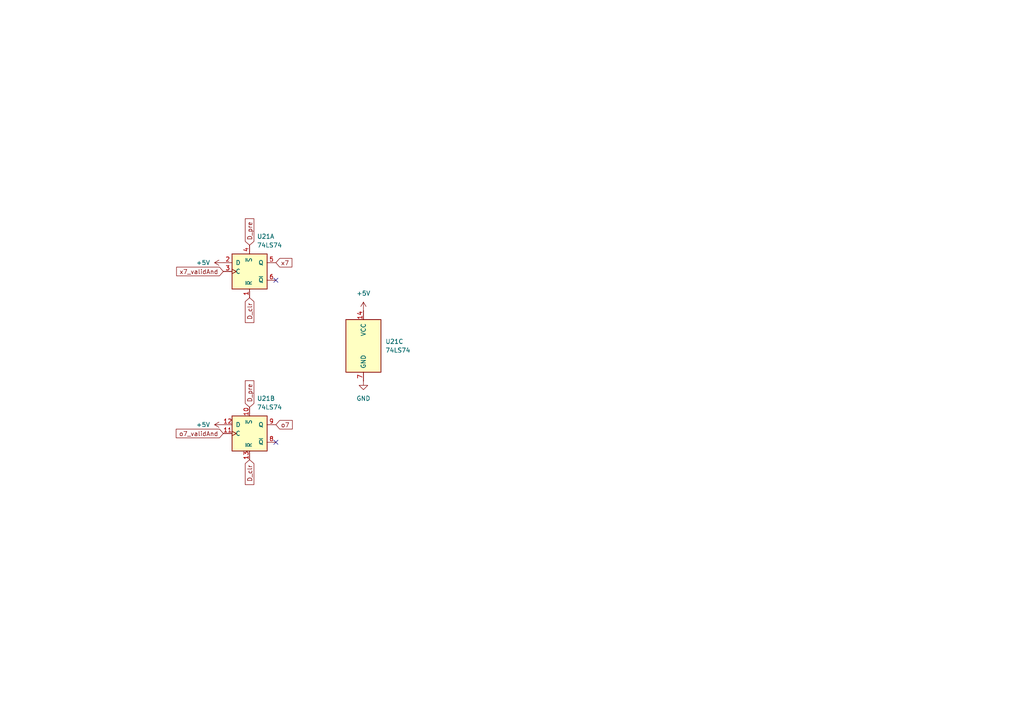
<source format=kicad_sch>
(kicad_sch
	(version 20250114)
	(generator "eeschema")
	(generator_version "9.0")
	(uuid "0f222bc9-c86a-4c26-921d-459394749d18")
	(paper "A4")
	(lib_symbols
		(symbol "74xx:74LS74"
			(pin_names
				(offset 1.016)
			)
			(exclude_from_sim no)
			(in_bom yes)
			(on_board yes)
			(property "Reference" "U"
				(at -7.62 8.89 0)
				(effects
					(font
						(size 1.27 1.27)
					)
				)
			)
			(property "Value" "74LS74"
				(at -7.62 -8.89 0)
				(effects
					(font
						(size 1.27 1.27)
					)
				)
			)
			(property "Footprint" ""
				(at 0 0 0)
				(effects
					(font
						(size 1.27 1.27)
					)
					(hide yes)
				)
			)
			(property "Datasheet" "74xx/74hc_hct74.pdf"
				(at 0 0 0)
				(effects
					(font
						(size 1.27 1.27)
					)
					(hide yes)
				)
			)
			(property "Description" "Dual D Flip-flop, Set & Reset"
				(at 0 0 0)
				(effects
					(font
						(size 1.27 1.27)
					)
					(hide yes)
				)
			)
			(property "ki_locked" ""
				(at 0 0 0)
				(effects
					(font
						(size 1.27 1.27)
					)
				)
			)
			(property "ki_keywords" "TTL DFF"
				(at 0 0 0)
				(effects
					(font
						(size 1.27 1.27)
					)
					(hide yes)
				)
			)
			(property "ki_fp_filters" "DIP*W7.62mm*"
				(at 0 0 0)
				(effects
					(font
						(size 1.27 1.27)
					)
					(hide yes)
				)
			)
			(symbol "74LS74_1_0"
				(pin input line
					(at -7.62 2.54 0)
					(length 2.54)
					(name "D"
						(effects
							(font
								(size 1.27 1.27)
							)
						)
					)
					(number "2"
						(effects
							(font
								(size 1.27 1.27)
							)
						)
					)
				)
				(pin input clock
					(at -7.62 0 0)
					(length 2.54)
					(name "C"
						(effects
							(font
								(size 1.27 1.27)
							)
						)
					)
					(number "3"
						(effects
							(font
								(size 1.27 1.27)
							)
						)
					)
				)
				(pin input line
					(at 0 7.62 270)
					(length 2.54)
					(name "~{S}"
						(effects
							(font
								(size 1.27 1.27)
							)
						)
					)
					(number "4"
						(effects
							(font
								(size 1.27 1.27)
							)
						)
					)
				)
				(pin input line
					(at 0 -7.62 90)
					(length 2.54)
					(name "~{R}"
						(effects
							(font
								(size 1.27 1.27)
							)
						)
					)
					(number "1"
						(effects
							(font
								(size 1.27 1.27)
							)
						)
					)
				)
				(pin output line
					(at 7.62 2.54 180)
					(length 2.54)
					(name "Q"
						(effects
							(font
								(size 1.27 1.27)
							)
						)
					)
					(number "5"
						(effects
							(font
								(size 1.27 1.27)
							)
						)
					)
				)
				(pin output line
					(at 7.62 -2.54 180)
					(length 2.54)
					(name "~{Q}"
						(effects
							(font
								(size 1.27 1.27)
							)
						)
					)
					(number "6"
						(effects
							(font
								(size 1.27 1.27)
							)
						)
					)
				)
			)
			(symbol "74LS74_1_1"
				(rectangle
					(start -5.08 5.08)
					(end 5.08 -5.08)
					(stroke
						(width 0.254)
						(type default)
					)
					(fill
						(type background)
					)
				)
			)
			(symbol "74LS74_2_0"
				(pin input line
					(at -7.62 2.54 0)
					(length 2.54)
					(name "D"
						(effects
							(font
								(size 1.27 1.27)
							)
						)
					)
					(number "12"
						(effects
							(font
								(size 1.27 1.27)
							)
						)
					)
				)
				(pin input clock
					(at -7.62 0 0)
					(length 2.54)
					(name "C"
						(effects
							(font
								(size 1.27 1.27)
							)
						)
					)
					(number "11"
						(effects
							(font
								(size 1.27 1.27)
							)
						)
					)
				)
				(pin input line
					(at 0 7.62 270)
					(length 2.54)
					(name "~{S}"
						(effects
							(font
								(size 1.27 1.27)
							)
						)
					)
					(number "10"
						(effects
							(font
								(size 1.27 1.27)
							)
						)
					)
				)
				(pin input line
					(at 0 -7.62 90)
					(length 2.54)
					(name "~{R}"
						(effects
							(font
								(size 1.27 1.27)
							)
						)
					)
					(number "13"
						(effects
							(font
								(size 1.27 1.27)
							)
						)
					)
				)
				(pin output line
					(at 7.62 2.54 180)
					(length 2.54)
					(name "Q"
						(effects
							(font
								(size 1.27 1.27)
							)
						)
					)
					(number "9"
						(effects
							(font
								(size 1.27 1.27)
							)
						)
					)
				)
				(pin output line
					(at 7.62 -2.54 180)
					(length 2.54)
					(name "~{Q}"
						(effects
							(font
								(size 1.27 1.27)
							)
						)
					)
					(number "8"
						(effects
							(font
								(size 1.27 1.27)
							)
						)
					)
				)
			)
			(symbol "74LS74_2_1"
				(rectangle
					(start -5.08 5.08)
					(end 5.08 -5.08)
					(stroke
						(width 0.254)
						(type default)
					)
					(fill
						(type background)
					)
				)
			)
			(symbol "74LS74_3_0"
				(pin power_in line
					(at 0 10.16 270)
					(length 2.54)
					(name "VCC"
						(effects
							(font
								(size 1.27 1.27)
							)
						)
					)
					(number "14"
						(effects
							(font
								(size 1.27 1.27)
							)
						)
					)
				)
				(pin power_in line
					(at 0 -10.16 90)
					(length 2.54)
					(name "GND"
						(effects
							(font
								(size 1.27 1.27)
							)
						)
					)
					(number "7"
						(effects
							(font
								(size 1.27 1.27)
							)
						)
					)
				)
			)
			(symbol "74LS74_3_1"
				(rectangle
					(start -5.08 7.62)
					(end 5.08 -7.62)
					(stroke
						(width 0.254)
						(type default)
					)
					(fill
						(type background)
					)
				)
			)
			(embedded_fonts no)
		)
		(symbol "power:+5V"
			(power)
			(pin_numbers
				(hide yes)
			)
			(pin_names
				(offset 0)
				(hide yes)
			)
			(exclude_from_sim no)
			(in_bom yes)
			(on_board yes)
			(property "Reference" "#PWR"
				(at 0 -3.81 0)
				(effects
					(font
						(size 1.27 1.27)
					)
					(hide yes)
				)
			)
			(property "Value" "+5V"
				(at 0 3.556 0)
				(effects
					(font
						(size 1.27 1.27)
					)
				)
			)
			(property "Footprint" ""
				(at 0 0 0)
				(effects
					(font
						(size 1.27 1.27)
					)
					(hide yes)
				)
			)
			(property "Datasheet" ""
				(at 0 0 0)
				(effects
					(font
						(size 1.27 1.27)
					)
					(hide yes)
				)
			)
			(property "Description" "Power symbol creates a global label with name \"+5V\""
				(at 0 0 0)
				(effects
					(font
						(size 1.27 1.27)
					)
					(hide yes)
				)
			)
			(property "ki_keywords" "global power"
				(at 0 0 0)
				(effects
					(font
						(size 1.27 1.27)
					)
					(hide yes)
				)
			)
			(symbol "+5V_0_1"
				(polyline
					(pts
						(xy -0.762 1.27) (xy 0 2.54)
					)
					(stroke
						(width 0)
						(type default)
					)
					(fill
						(type none)
					)
				)
				(polyline
					(pts
						(xy 0 2.54) (xy 0.762 1.27)
					)
					(stroke
						(width 0)
						(type default)
					)
					(fill
						(type none)
					)
				)
				(polyline
					(pts
						(xy 0 0) (xy 0 2.54)
					)
					(stroke
						(width 0)
						(type default)
					)
					(fill
						(type none)
					)
				)
			)
			(symbol "+5V_1_1"
				(pin power_in line
					(at 0 0 90)
					(length 0)
					(name "~"
						(effects
							(font
								(size 1.27 1.27)
							)
						)
					)
					(number "1"
						(effects
							(font
								(size 1.27 1.27)
							)
						)
					)
				)
			)
			(embedded_fonts no)
		)
		(symbol "power:GND"
			(power)
			(pin_numbers
				(hide yes)
			)
			(pin_names
				(offset 0)
				(hide yes)
			)
			(exclude_from_sim no)
			(in_bom yes)
			(on_board yes)
			(property "Reference" "#PWR"
				(at 0 -6.35 0)
				(effects
					(font
						(size 1.27 1.27)
					)
					(hide yes)
				)
			)
			(property "Value" "GND"
				(at 0 -3.81 0)
				(effects
					(font
						(size 1.27 1.27)
					)
				)
			)
			(property "Footprint" ""
				(at 0 0 0)
				(effects
					(font
						(size 1.27 1.27)
					)
					(hide yes)
				)
			)
			(property "Datasheet" ""
				(at 0 0 0)
				(effects
					(font
						(size 1.27 1.27)
					)
					(hide yes)
				)
			)
			(property "Description" "Power symbol creates a global label with name \"GND\" , ground"
				(at 0 0 0)
				(effects
					(font
						(size 1.27 1.27)
					)
					(hide yes)
				)
			)
			(property "ki_keywords" "global power"
				(at 0 0 0)
				(effects
					(font
						(size 1.27 1.27)
					)
					(hide yes)
				)
			)
			(symbol "GND_0_1"
				(polyline
					(pts
						(xy 0 0) (xy 0 -1.27) (xy 1.27 -1.27) (xy 0 -2.54) (xy -1.27 -1.27) (xy 0 -1.27)
					)
					(stroke
						(width 0)
						(type default)
					)
					(fill
						(type none)
					)
				)
			)
			(symbol "GND_1_1"
				(pin power_in line
					(at 0 0 270)
					(length 0)
					(name "~"
						(effects
							(font
								(size 1.27 1.27)
							)
						)
					)
					(number "1"
						(effects
							(font
								(size 1.27 1.27)
							)
						)
					)
				)
			)
			(embedded_fonts no)
		)
	)
	(no_connect
		(at 80.01 128.27)
		(uuid "740a870a-82a7-492a-94b2-1b8694927990")
	)
	(no_connect
		(at 80.01 81.28)
		(uuid "d7788c86-4acb-49cf-a25a-1dc2b1f735d9")
	)
	(global_label "D_pre"
		(shape input)
		(at 72.39 71.12 90)
		(fields_autoplaced yes)
		(effects
			(font
				(size 1.27 1.27)
			)
			(justify left)
		)
		(uuid "05c0d0ca-6c21-40f3-90c6-68e3e05675dd")
		(property "Intersheetrefs" "${INTERSHEET_REFS}"
			(at 72.39 62.8734 90)
			(effects
				(font
					(size 1.27 1.27)
				)
				(justify left)
				(hide yes)
			)
		)
	)
	(global_label "D_pre"
		(shape input)
		(at 72.39 118.11 90)
		(fields_autoplaced yes)
		(effects
			(font
				(size 1.27 1.27)
			)
			(justify left)
		)
		(uuid "28e9d5a8-2852-4bda-925c-5c55cfb8bf66")
		(property "Intersheetrefs" "${INTERSHEET_REFS}"
			(at 72.39 109.8634 90)
			(effects
				(font
					(size 1.27 1.27)
				)
				(justify left)
				(hide yes)
			)
		)
	)
	(global_label "D_clr"
		(shape input)
		(at 72.39 133.35 270)
		(fields_autoplaced yes)
		(effects
			(font
				(size 1.27 1.27)
			)
			(justify right)
		)
		(uuid "5416dce3-750c-49cc-8057-4d7007fab94f")
		(property "Intersheetrefs" "${INTERSHEET_REFS}"
			(at 72.39 141.1128 90)
			(effects
				(font
					(size 1.27 1.27)
				)
				(justify right)
				(hide yes)
			)
		)
	)
	(global_label "D_clr"
		(shape input)
		(at 72.39 86.36 270)
		(fields_autoplaced yes)
		(effects
			(font
				(size 1.27 1.27)
			)
			(justify right)
		)
		(uuid "a19a580a-1f68-441f-be42-879f3ed776ac")
		(property "Intersheetrefs" "${INTERSHEET_REFS}"
			(at 72.39 94.1228 90)
			(effects
				(font
					(size 1.27 1.27)
				)
				(justify right)
				(hide yes)
			)
		)
	)
	(global_label "x7"
		(shape input)
		(at 80.01 76.2 0)
		(fields_autoplaced yes)
		(effects
			(font
				(size 1.27 1.27)
			)
			(justify left)
		)
		(uuid "abe043d9-d521-4f40-9487-ca9117b68b31")
		(property "Intersheetrefs" "${INTERSHEET_REFS}"
			(at 85.2328 76.2 0)
			(effects
				(font
					(size 1.27 1.27)
				)
				(justify left)
				(hide yes)
			)
		)
	)
	(global_label "x7_validAnd"
		(shape input)
		(at 64.77 78.74 180)
		(fields_autoplaced yes)
		(effects
			(font
				(size 1.27 1.27)
			)
			(justify right)
		)
		(uuid "c48bde1d-4083-4599-a2d6-f5003bfcdc1f")
		(property "Intersheetrefs" "${INTERSHEET_REFS}"
			(at 50.6574 78.74 0)
			(effects
				(font
					(size 1.27 1.27)
				)
				(justify right)
				(hide yes)
			)
		)
	)
	(global_label "o7_validAnd"
		(shape input)
		(at 64.77 125.73 180)
		(fields_autoplaced yes)
		(effects
			(font
				(size 1.27 1.27)
			)
			(justify right)
		)
		(uuid "f57bc384-537c-4335-b79b-c1d704ae0961")
		(property "Intersheetrefs" "${INTERSHEET_REFS}"
			(at 50.5365 125.73 0)
			(effects
				(font
					(size 1.27 1.27)
				)
				(justify right)
				(hide yes)
			)
		)
	)
	(global_label "o7"
		(shape input)
		(at 80.01 123.19 0)
		(fields_autoplaced yes)
		(effects
			(font
				(size 1.27 1.27)
			)
			(justify left)
		)
		(uuid "f861299d-18e0-4824-b5d5-a73b2c2e9697")
		(property "Intersheetrefs" "${INTERSHEET_REFS}"
			(at 85.3537 123.19 0)
			(effects
				(font
					(size 1.27 1.27)
				)
				(justify left)
				(hide yes)
			)
		)
	)
	(symbol
		(lib_id "74xx:74LS74")
		(at 105.41 100.33 0)
		(unit 3)
		(exclude_from_sim no)
		(in_bom yes)
		(on_board yes)
		(dnp no)
		(fields_autoplaced yes)
		(uuid "07b54049-5a4f-48c6-8a6e-1b65a6614916")
		(property "Reference" "U21"
			(at 111.76 99.0599 0)
			(effects
				(font
					(size 1.27 1.27)
				)
				(justify left)
			)
		)
		(property "Value" "74LS74"
			(at 111.76 101.5999 0)
			(effects
				(font
					(size 1.27 1.27)
				)
				(justify left)
			)
		)
		(property "Footprint" "Package_DIP:DIP-14_W7.62mm"
			(at 105.41 100.33 0)
			(effects
				(font
					(size 1.27 1.27)
				)
				(hide yes)
			)
		)
		(property "Datasheet" "74xx/74hc_hct74.pdf"
			(at 105.41 100.33 0)
			(effects
				(font
					(size 1.27 1.27)
				)
				(hide yes)
			)
		)
		(property "Description" "Dual D Flip-flop, Set & Reset"
			(at 105.41 100.33 0)
			(effects
				(font
					(size 1.27 1.27)
				)
				(hide yes)
			)
		)
		(pin "12"
			(uuid "b151a4c0-95ef-4496-bf8a-2c1fb6f960d3")
		)
		(pin "4"
			(uuid "a446bce5-b06e-4c69-bb57-25b705bb0759")
		)
		(pin "14"
			(uuid "4db4ba54-b542-4b2f-8dd3-97823b5f25dc")
		)
		(pin "3"
			(uuid "a1297712-69b9-4d31-a6e3-e9d31e1118fa")
		)
		(pin "8"
			(uuid "17c29a99-a9d4-4278-9bb4-85547421c95d")
		)
		(pin "5"
			(uuid "d37bb2e3-74f6-47d1-a81e-869bdfc0d73e")
		)
		(pin "11"
			(uuid "234d3305-417f-450a-96a2-e38f3f7cd054")
		)
		(pin "10"
			(uuid "e06bad5a-fe59-4017-b3fb-ab5f5514b0c0")
		)
		(pin "13"
			(uuid "d1c5766f-7571-4b4a-a396-2c373b657b33")
		)
		(pin "7"
			(uuid "2ac7a3e4-90b5-4629-b8b2-2704f241f3a5")
		)
		(pin "2"
			(uuid "49d6c06a-92c6-4784-9284-7551a7d1ad1d")
		)
		(pin "9"
			(uuid "76462129-3cef-4f26-af9a-83d9148fd458")
		)
		(pin "6"
			(uuid "a173177a-d678-4ca1-91e5-25fbd731eed4")
		)
		(pin "1"
			(uuid "e72a8853-e290-441d-9efc-29ec16f9f8de")
		)
		(instances
			(project "DSD_Project"
				(path "/0f222bc9-c86a-4c26-921d-459394749d18/dd6f697a-9b25-4a4b-aa2f-8d6864c81736/ab8128ca-f35e-4bcc-abfa-8034fc78c413"
					(reference "U21")
					(unit 3)
				)
			)
		)
	)
	(symbol
		(lib_id "power:+5V")
		(at 105.41 90.17 0)
		(unit 1)
		(exclude_from_sim no)
		(in_bom yes)
		(on_board yes)
		(dnp no)
		(fields_autoplaced yes)
		(uuid "40539982-bf40-4924-a956-6634f3cd69a8")
		(property "Reference" "#PWR055"
			(at 105.41 93.98 0)
			(effects
				(font
					(size 1.27 1.27)
				)
				(hide yes)
			)
		)
		(property "Value" "+5V"
			(at 105.41 85.09 0)
			(effects
				(font
					(size 1.27 1.27)
				)
			)
		)
		(property "Footprint" ""
			(at 105.41 90.17 0)
			(effects
				(font
					(size 1.27 1.27)
				)
				(hide yes)
			)
		)
		(property "Datasheet" ""
			(at 105.41 90.17 0)
			(effects
				(font
					(size 1.27 1.27)
				)
				(hide yes)
			)
		)
		(property "Description" "Power symbol creates a global label with name \"+5V\""
			(at 105.41 90.17 0)
			(effects
				(font
					(size 1.27 1.27)
				)
				(hide yes)
			)
		)
		(pin "1"
			(uuid "a4ecba4c-cfcf-4502-9f31-308d9ce92b21")
		)
		(instances
			(project "DSD_Project"
				(path "/0f222bc9-c86a-4c26-921d-459394749d18/dd6f697a-9b25-4a4b-aa2f-8d6864c81736/ab8128ca-f35e-4bcc-abfa-8034fc78c413"
					(reference "#PWR055")
					(unit 1)
				)
			)
		)
	)
	(symbol
		(lib_id "74xx:74LS74")
		(at 72.39 78.74 0)
		(unit 1)
		(exclude_from_sim no)
		(in_bom yes)
		(on_board yes)
		(dnp no)
		(fields_autoplaced yes)
		(uuid "4be59c66-a431-4ebf-b710-e170984bacf8")
		(property "Reference" "U21"
			(at 74.5333 68.58 0)
			(effects
				(font
					(size 1.27 1.27)
				)
				(justify left)
			)
		)
		(property "Value" "74LS74"
			(at 74.5333 71.12 0)
			(effects
				(font
					(size 1.27 1.27)
				)
				(justify left)
			)
		)
		(property "Footprint" "Package_DIP:DIP-14_W7.62mm"
			(at 72.39 78.74 0)
			(effects
				(font
					(size 1.27 1.27)
				)
				(hide yes)
			)
		)
		(property "Datasheet" "74xx/74hc_hct74.pdf"
			(at 72.39 78.74 0)
			(effects
				(font
					(size 1.27 1.27)
				)
				(hide yes)
			)
		)
		(property "Description" "Dual D Flip-flop, Set & Reset"
			(at 72.39 78.74 0)
			(effects
				(font
					(size 1.27 1.27)
				)
				(hide yes)
			)
		)
		(pin "12"
			(uuid "b151a4c0-95ef-4496-bf8a-2c1fb6f960d4")
		)
		(pin "4"
			(uuid "81f9978e-44c0-406d-ac86-32c06343ec65")
		)
		(pin "14"
			(uuid "1e7d8e54-afc2-490c-afef-40a46277b200")
		)
		(pin "3"
			(uuid "addd8ac4-060e-4c71-956f-d9c77e40741e")
		)
		(pin "8"
			(uuid "17c29a99-a9d4-4278-9bb4-85547421c95e")
		)
		(pin "5"
			(uuid "bc997a5f-32c3-4ffa-b8ae-8df5aa6e8cb8")
		)
		(pin "11"
			(uuid "234d3305-417f-450a-96a2-e38f3f7cd055")
		)
		(pin "10"
			(uuid "e06bad5a-fe59-4017-b3fb-ab5f5514b0c1")
		)
		(pin "13"
			(uuid "d1c5766f-7571-4b4a-a396-2c373b657b34")
		)
		(pin "7"
			(uuid "a0541d54-4040-4978-a2ae-140970f9dab2")
		)
		(pin "2"
			(uuid "078d9766-dd2a-4b27-a97a-7e1840d92b5d")
		)
		(pin "9"
			(uuid "76462129-3cef-4f26-af9a-83d9148fd459")
		)
		(pin "6"
			(uuid "ac70339a-59f7-4cc9-891f-fd2150117838")
		)
		(pin "1"
			(uuid "b905969f-c338-4d47-a0c8-aaaca0724a33")
		)
		(instances
			(project "DSD_Project"
				(path "/0f222bc9-c86a-4c26-921d-459394749d18/dd6f697a-9b25-4a4b-aa2f-8d6864c81736/ab8128ca-f35e-4bcc-abfa-8034fc78c413"
					(reference "U21")
					(unit 1)
				)
			)
		)
	)
	(symbol
		(lib_id "power:+5V")
		(at 64.77 123.19 90)
		(unit 1)
		(exclude_from_sim no)
		(in_bom yes)
		(on_board yes)
		(dnp no)
		(fields_autoplaced yes)
		(uuid "5d818bcd-70d3-4a2b-b99f-159e46c74a1f")
		(property "Reference" "#PWR054"
			(at 68.58 123.19 0)
			(effects
				(font
					(size 1.27 1.27)
				)
				(hide yes)
			)
		)
		(property "Value" "+5V"
			(at 60.96 123.1899 90)
			(effects
				(font
					(size 1.27 1.27)
				)
				(justify left)
			)
		)
		(property "Footprint" ""
			(at 64.77 123.19 0)
			(effects
				(font
					(size 1.27 1.27)
				)
				(hide yes)
			)
		)
		(property "Datasheet" ""
			(at 64.77 123.19 0)
			(effects
				(font
					(size 1.27 1.27)
				)
				(hide yes)
			)
		)
		(property "Description" "Power symbol creates a global label with name \"+5V\""
			(at 64.77 123.19 0)
			(effects
				(font
					(size 1.27 1.27)
				)
				(hide yes)
			)
		)
		(pin "1"
			(uuid "f8f7ccf5-af32-4920-81e1-8dd331bc3787")
		)
		(instances
			(project "DSD_Project"
				(path "/0f222bc9-c86a-4c26-921d-459394749d18/dd6f697a-9b25-4a4b-aa2f-8d6864c81736/ab8128ca-f35e-4bcc-abfa-8034fc78c413"
					(reference "#PWR054")
					(unit 1)
				)
			)
		)
	)
	(symbol
		(lib_id "74xx:74LS74")
		(at 72.39 125.73 0)
		(unit 2)
		(exclude_from_sim no)
		(in_bom yes)
		(on_board yes)
		(dnp no)
		(fields_autoplaced yes)
		(uuid "60670438-330e-4cef-a25d-098722646eac")
		(property "Reference" "U21"
			(at 74.5333 115.57 0)
			(effects
				(font
					(size 1.27 1.27)
				)
				(justify left)
			)
		)
		(property "Value" "74LS74"
			(at 74.5333 118.11 0)
			(effects
				(font
					(size 1.27 1.27)
				)
				(justify left)
			)
		)
		(property "Footprint" "Package_DIP:DIP-14_W7.62mm"
			(at 72.39 125.73 0)
			(effects
				(font
					(size 1.27 1.27)
				)
				(hide yes)
			)
		)
		(property "Datasheet" "74xx/74hc_hct74.pdf"
			(at 72.39 125.73 0)
			(effects
				(font
					(size 1.27 1.27)
				)
				(hide yes)
			)
		)
		(property "Description" "Dual D Flip-flop, Set & Reset"
			(at 72.39 125.73 0)
			(effects
				(font
					(size 1.27 1.27)
				)
				(hide yes)
			)
		)
		(pin "12"
			(uuid "c045b13a-55e3-4ad3-87c7-f52bf597da49")
		)
		(pin "4"
			(uuid "a446bce5-b06e-4c69-bb57-25b705bb075b")
		)
		(pin "14"
			(uuid "1e7d8e54-afc2-490c-afef-40a46277b201")
		)
		(pin "3"
			(uuid "a1297712-69b9-4d31-a6e3-e9d31e1118fc")
		)
		(pin "8"
			(uuid "997f41e7-b422-42db-97aa-65e343f4da4b")
		)
		(pin "5"
			(uuid "d37bb2e3-74f6-47d1-a81e-869bdfc0d740")
		)
		(pin "11"
			(uuid "60375d74-7236-4efd-844d-3c8ad0341dea")
		)
		(pin "10"
			(uuid "8e5e2a20-a42b-4d81-a43a-d7a06bd40b5f")
		)
		(pin "13"
			(uuid "c9194634-8210-4781-95e7-dd7a3eba784a")
		)
		(pin "7"
			(uuid "a0541d54-4040-4978-a2ae-140970f9dab3")
		)
		(pin "2"
			(uuid "49d6c06a-92c6-4784-9284-7551a7d1ad1f")
		)
		(pin "9"
			(uuid "52629ef2-0b61-4567-b5cf-416c69853625")
		)
		(pin "6"
			(uuid "a173177a-d678-4ca1-91e5-25fbd731eed6")
		)
		(pin "1"
			(uuid "e72a8853-e290-441d-9efc-29ec16f9f8e0")
		)
		(instances
			(project "DSD_Project"
				(path "/0f222bc9-c86a-4c26-921d-459394749d18/dd6f697a-9b25-4a4b-aa2f-8d6864c81736/ab8128ca-f35e-4bcc-abfa-8034fc78c413"
					(reference "U21")
					(unit 2)
				)
			)
		)
	)
	(symbol
		(lib_id "power:GND")
		(at 105.41 110.49 0)
		(unit 1)
		(exclude_from_sim no)
		(in_bom yes)
		(on_board yes)
		(dnp no)
		(fields_autoplaced yes)
		(uuid "c7b62cc0-8712-4423-ab83-a2fadbeb9749")
		(property "Reference" "#PWR056"
			(at 105.41 116.84 0)
			(effects
				(font
					(size 1.27 1.27)
				)
				(hide yes)
			)
		)
		(property "Value" "GND"
			(at 105.41 115.57 0)
			(effects
				(font
					(size 1.27 1.27)
				)
			)
		)
		(property "Footprint" ""
			(at 105.41 110.49 0)
			(effects
				(font
					(size 1.27 1.27)
				)
				(hide yes)
			)
		)
		(property "Datasheet" ""
			(at 105.41 110.49 0)
			(effects
				(font
					(size 1.27 1.27)
				)
				(hide yes)
			)
		)
		(property "Description" "Power symbol creates a global label with name \"GND\" , ground"
			(at 105.41 110.49 0)
			(effects
				(font
					(size 1.27 1.27)
				)
				(hide yes)
			)
		)
		(pin "1"
			(uuid "7d8055ed-8f20-4d22-8290-62089e4ee68e")
		)
		(instances
			(project "DSD_Project"
				(path "/0f222bc9-c86a-4c26-921d-459394749d18/dd6f697a-9b25-4a4b-aa2f-8d6864c81736/ab8128ca-f35e-4bcc-abfa-8034fc78c413"
					(reference "#PWR056")
					(unit 1)
				)
			)
		)
	)
	(symbol
		(lib_id "power:+5V")
		(at 64.77 76.2 90)
		(unit 1)
		(exclude_from_sim no)
		(in_bom yes)
		(on_board yes)
		(dnp no)
		(fields_autoplaced yes)
		(uuid "e356d4f7-e631-4c91-9ee3-dcc7d384d64f")
		(property "Reference" "#PWR053"
			(at 68.58 76.2 0)
			(effects
				(font
					(size 1.27 1.27)
				)
				(hide yes)
			)
		)
		(property "Value" "+5V"
			(at 60.96 76.1999 90)
			(effects
				(font
					(size 1.27 1.27)
				)
				(justify left)
			)
		)
		(property "Footprint" ""
			(at 64.77 76.2 0)
			(effects
				(font
					(size 1.27 1.27)
				)
				(hide yes)
			)
		)
		(property "Datasheet" ""
			(at 64.77 76.2 0)
			(effects
				(font
					(size 1.27 1.27)
				)
				(hide yes)
			)
		)
		(property "Description" "Power symbol creates a global label with name \"+5V\""
			(at 64.77 76.2 0)
			(effects
				(font
					(size 1.27 1.27)
				)
				(hide yes)
			)
		)
		(pin "1"
			(uuid "bc485537-a133-4846-b7bb-86f4b019509f")
		)
		(instances
			(project "DSD_Project"
				(path "/0f222bc9-c86a-4c26-921d-459394749d18/dd6f697a-9b25-4a4b-aa2f-8d6864c81736/ab8128ca-f35e-4bcc-abfa-8034fc78c413"
					(reference "#PWR053")
					(unit 1)
				)
			)
		)
	)
)

</source>
